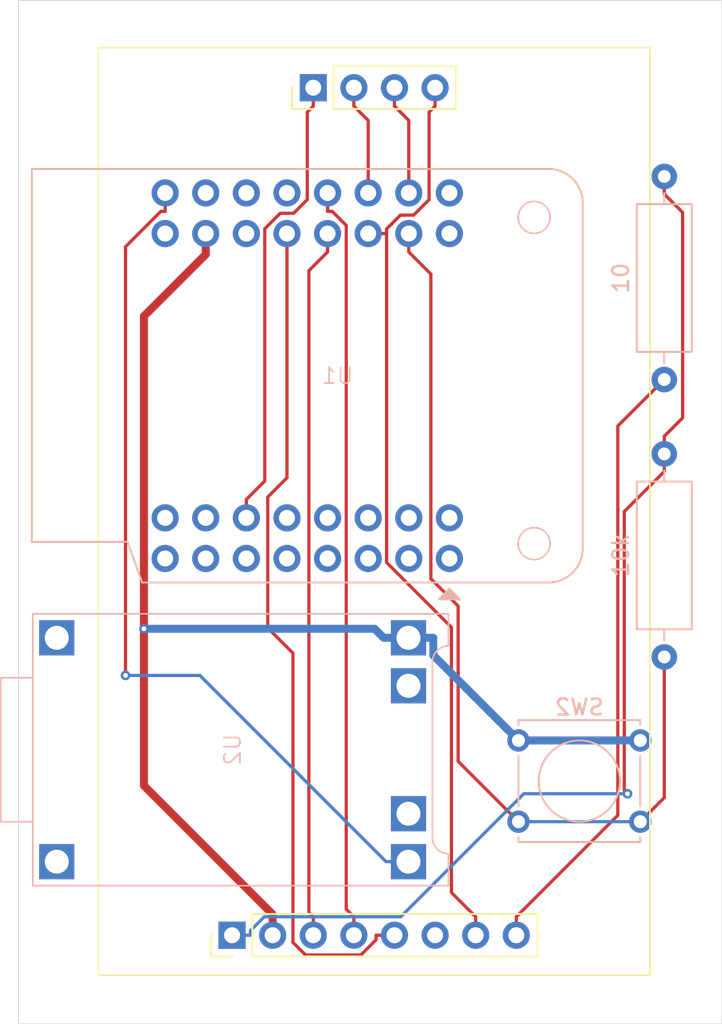
<source format=kicad_pcb>
(kicad_pcb (version 20241129) (generator "pcbnew") (generator_version "8.99")
  (layers (0 "F.Cu" signal) (2 "B.Cu" signal) (13 "F.Paste" user) (15 "B.Paste" user) (5 "F.SilkS" user "F.Silkscreen") (7 "B.SilkS" user "B.Silkscreen") (1 "F.Mask" user) (3 "B.Mask" user) (25 "Edge.Cuts" user))
  (net 0 "")
  (net 1 "GND")
  (net 2 "+3V3")
  (net 3 "Button")
  (net 4 "TFT_DC")
  (net 5 "TFT_EN")
  (net 6 "TFT_CS")
  (net 7 "+5V")
  (net 8 "Net-(U4-LED)")
  (net 9 "SD_CS")
  (net 23 "SCK")
  (net 30 "MOSI")
  (net 32 "MISO")
  (net 33 "VBUS")
  (net 35 "-BATT")
  (net 37 "+BATT")
  (footprint "asylum-weather:TFT_ST7735_SD" (layer "F.Cu") (at 172.6047 76.5995 90)
    (property "Reference" "U4" (hide yes))
    (property "Value" "TFT_ST7735_SD")
    (fp_line (start -21.33 -9.97) (end -20 -9.97) (stroke (width 0.12)) (layer "F.SilkS"))
    (fp_line (start -21.33 -8.64) (end -21.33 -9.97) (stroke (width 0.12)) (layer "F.SilkS"))
    (fp_line (start -18.67 -7.37) (end -18.67 10.47) (stroke (width 0.12)) (layer "F.SilkS"))
    (fp_line (start -21.33 -7.37) (end -18.67 -7.37) (stroke (width 0.12)) (layer "F.SilkS"))
    (fp_line (start -21.33 -7.37) (end -21.33 10.47) (stroke (width 0.12)) (layer "F.SilkS"))
    (fp_line (start 31.67 -4.89) (end 33 -4.89) (stroke (width 0.12)) (layer "F.SilkS"))
    (fp_line (start 31.67 -3.56) (end 31.67 -4.89) (stroke (width 0.12)) (layer "F.SilkS"))
    (fp_line (start 34.33 -2.29) (end 34.33 5.39) (stroke (width 0.12)) (layer "F.SilkS"))
    (fp_line (start 31.67 -2.29) (end 34.33 -2.29) (stroke (width 0.12)) (layer "F.SilkS"))
    (fp_line (start 31.67 -2.29) (end 31.67 5.39) (stroke (width 0.12)) (layer "F.SilkS"))
    (fp_line (start 31.67 5.39) (end 34.33 5.39) (stroke (width 0.12)) (layer "F.SilkS"))
    (fp_line (start -21.33 10.47) (end -18.67 10.47) (stroke (width 0.12)) (layer "F.SilkS"))
    (fp_rect (start -22.5 -17) (end 35.5 17.5) (stroke (width 0.1)) (fill no) (layer "F.SilkS"))
    (pad "" np_thru_hole circle (at -19.5 -14 90) (size 3.2 3.2) (drill 3.2) (layers "*.Cu" "*.Mask"))
    (pad "" np_thru_hole circle (at -19.5 14.5 90) (size 3.2 3.2) (drill 3.2) (layers "*.Cu" "*.Mask"))
    (pad "" np_thru_hole circle (at 32.5 -14 90) (size 3.2 3.2) (drill 3.2) (layers "*.Cu" "*.Mask"))
    (pad "" np_thru_hole circle (at 32.5 14.5 90) (size 3.2 3.2) (drill 3.2) (layers "*.Cu" "*.Mask"))
    (pad "1" thru_hole rect (at -20 -8.64 90) (size 1.7 1.7) (drill 1) (layers "*.Cu" "*.Mask") (net 2 "+3V3"))
    (pad "2" thru_hole oval (at -20 -6.1 90) (size 1.7 1.7) (drill 1) (layers "*.Cu" "*.Mask") (net 1 "GND"))
    (pad "3" thru_hole oval (at -20 -3.56 90) (size 1.7 1.7) (drill 1) (layers "*.Cu" "*.Mask") (net 6 "TFT_CS"))
    (pad "4" thru_hole oval (at -20 -1.02 90) (size 1.7 1.7) (drill 1) (layers "*.Cu" "*.Mask") (net 5 "TFT_EN"))
    (pad "5" thru_hole oval (at -20 1.52 90) (size 1.7 1.7) (drill 1) (layers "*.Cu" "*.Mask") (net 4 "TFT_DC"))
    (pad "6" thru_hole oval (at -20 4.06 90) (size 1.7 1.7) (drill 1) (layers "*.Cu" "*.Mask") (net 30 "MOSI"))
    (pad "7" thru_hole oval (at -20 6.6 90) (size 1.7 1.7) (drill 1) (layers "*.Cu" "*.Mask") (net 23 "SCK"))
    (pad "8" thru_hole oval (at -20 9.14 90) (size 1.7 1.7) (drill 1) (layers "*.Cu" "*.Mask") (net 8 "Net-(U4-LED)"))
    (pad "9" thru_hole rect (at 33 -3.56 90) (size 1.7 1.7) (drill 1) (layers "*.Cu" "*.Mask") (net 9 "SD_CS"))
    (pad "10" thru_hole oval (at 33 -1.02 90) (size 1.7 1.7) (drill 1) (layers "*.Cu" "*.Mask") (net 30 "MOSI"))
    (pad "11" thru_hole oval (at 33 1.52 90) (size 1.7 1.7) (drill 1) (layers "*.Cu" "*.Mask") (net 32 "MISO"))
    (pad "12" thru_hole oval (at 33 4.06 90) (size 1.7 1.7) (drill 1) (layers "*.Cu" "*.Mask") (net 23 "SCK"))
  )
  (footprint "asylum-weather:TP4056" (layer "B.Cu") (at 164.5 85 -90)
    (property "Reference" "U2" (at 0 0.5 90) (layer "B.SilkS") (effects (font (thickness 0.1)) (justify mirror)))
    (property "Value" "~")
    (fp_line (start -8.5 13) (end 8.5 13) (stroke (width 0.1)) (layer "B.SilkS"))
    (fp_line (start -8.5 13) (end -8.5 -13) (stroke (width 0.1)) (layer "B.SilkS"))
    (fp_line (start 8.5 13) (end 8.5 -13) (stroke (width 0.1)) (layer "B.SilkS"))
    (fp_line (start -5.5 -12) (end 5.5 -12) (stroke (width 0.1)) (layer "B.SilkS"))
    (fp_line (start -6.5 -13) (end -8.5 -13) (stroke (width 0.1)) (layer "B.SilkS"))
    (fp_line (start 8.5 -13) (end 6.5 -13) (stroke (width 0.1)) (layer "B.SilkS"))
    (fp_rect (start -4.5 15) (end 4.5 13) (stroke (width 0.1)) (fill no) (layer "B.SilkS"))
    (fp_arc (start -5.5 -12) (mid -6.207107 -12.292893) (end -6.5 -13) (stroke (width 0.1)) (layer "B.SilkS"))
    (fp_arc (start 6.5 -13) (mid 6.207107 -12.292893) (end 5.5 -12) (stroke (width 0.1)) (layer "B.SilkS"))
    (pad "0" thru_hole rect (at 4 -10.5 180) (size 2.2 2.2) (drill 1.5) (layers "F&B.Cu" "*.Mask") (net 37 "+BATT"))
    (pad "1" thru_hole rect (at -4 -10.5 180) (size 2.2 2.2) (drill 1.5) (layers "F&B.Cu" "*.Mask") (net 35 "-BATT"))
    (pad "2" thru_hole rect (at 7 -10.5 180) (size 2.2 2.2) (drill 1.5) (layers "F&B.Cu" "*.Mask") (net 33 "VBUS"))
    (pad "3" thru_hole rect (at -7 -10.5 180) (size 2.2 2.2) (drill 1.5) (layers "F&B.Cu" "*.Mask") (net 1 "GND"))
    (pad "4" thru_hole rect (at 7 11.5 180) (size 2.2 2.2) (drill 1.5) (layers "F&B.Cu" "*.Mask"))
    (pad "5" thru_hole rect (at -7 11.5 180) (size 2.2 2.2) (drill 1.5) (layers "F&B.Cu" "*.Mask"))
  )
  (footprint "Resistor_THT:R_Axial_DIN0309_L9.0mm_D3.2mm_P12.70mm_Horizontal" (layer "B.Cu") (at 191 61.85 90)
    (property "Reference" "R1" (hide yes))
    (property "Value" "10" (at 6.35 -2.72 90) (layer "B.SilkS"))
    (fp_line (start 10.97 -1.72) (end 10.97 1.72) (stroke (width 0.12)) (layer "B.SilkS"))
    (fp_line (start 1.73 -1.72) (end 10.97 -1.72) (stroke (width 0.12)) (layer "B.SilkS"))
    (fp_line (start 11.66 0) (end 10.97 0) (stroke (width 0.12)) (layer "B.SilkS"))
    (fp_line (start 1.04 0) (end 1.73 0) (stroke (width 0.12)) (layer "B.SilkS"))
    (fp_line (start 10.97 1.72) (end 1.73 1.72) (stroke (width 0.12)) (layer "B.SilkS"))
    (fp_line (start 1.73 1.72) (end 1.73 -1.72) (stroke (width 0.12)) (layer "B.SilkS"))
    (pad "1" thru_hole circle (at 0 0 90) (size 1.6 1.6) (drill 0.8) (layers "F&B.Cu" "*.Mask") (net 8 "Net-(U4-LED)"))
    (pad "2" thru_hole oval (at 12.7 0 90) (size 1.6 1.6) (drill 0.8) (layers "F&B.Cu" "*.Mask") (net 2 "+3V3"))
  )
  (footprint "Resistor_THT:R_Axial_DIN0309_L9.0mm_D3.2mm_P12.70mm_Horizontal" (layer "B.Cu") (at 191 79.2 90)
    (property "Reference" "R2" (hide yes))
    (property "Value" "10k" (at 6.35 -2.72 90) (layer "B.SilkS"))
    (fp_line (start 10.97 -1.72) (end 10.97 1.72) (stroke (width 0.12)) (layer "B.SilkS"))
    (fp_line (start 1.73 -1.72) (end 10.97 -1.72) (stroke (width 0.12)) (layer "B.SilkS"))
    (fp_line (start 11.66 0) (end 10.97 0) (stroke (width 0.12)) (layer "B.SilkS"))
    (fp_line (start 1.04 0) (end 1.73 0) (stroke (width 0.12)) (layer "B.SilkS"))
    (fp_line (start 10.97 1.72) (end 1.73 1.72) (stroke (width 0.12)) (layer "B.SilkS"))
    (fp_line (start 1.73 1.72) (end 1.73 -1.72) (stroke (width 0.12)) (layer "B.SilkS"))
    (pad "1" thru_hole circle (at 0 0 90) (size 1.6 1.6) (drill 0.8) (layers "F&B.Cu" "*.Mask") (net 3 "Button"))
    (pad "2" thru_hole oval (at 12.7 0 90) (size 1.6 1.6) (drill 0.8) (layers "F&B.Cu" "*.Mask") (net 2 "+3V3"))
  )
  (footprint "asylum-weather:WEMOS_S2_Mini" (layer "B.Cu") (at 170.06 61.61 90)
    (property "Reference" "U1" (at 0 0.5 0) (layer "B.SilkS") (effects (font (thickness 0.1)) (justify mirror)))
    (property "Value" "WEMOS_S2_Mini")
    (fp_line (start 12.93 -18.62) (end 12.93 13.71) (stroke (width 0.12)) (layer "B.SilkS"))
    (fp_line (start -10.39 -18.62) (end 12.93 -18.62) (stroke (width 0.12)) (layer "B.SilkS"))
    (fp_line (start -10.39 -12.63) (end -10.39 -18.62) (stroke (width 0.12)) (layer "B.SilkS"))
    (fp_line (start -12.93 -11.72) (end -10.39 -12.63) (stroke (width 0.12)) (layer "B.SilkS"))
    (fp_line (start -12.93 -11.72) (end -12.93 13.71) (stroke (width 0.12)) (layer "B.SilkS"))
    (fp_line (start 10.81 15.84) (end -10.8 15.84) (stroke (width 0.12)) (layer "B.SilkS"))
    (fp_arc (start 12.93 13.71) (mid 12.306137 15.216137) (end 10.8 15.84) (stroke (width 0.12)) (layer "B.SilkS"))
    (fp_arc (start -10.8 15.84) (mid -12.306137 15.216137) (end -12.93 13.71) (stroke (width 0.12)) (layer "B.SilkS"))
    (fp_circle (center 9.9 12.8) (end 10.9 12.8) (stroke (width 0.1)) (fill no) (layer "B.SilkS"))
    (fp_circle (center -10.5 12.8) (end -9.5 12.8) (stroke (width 0.1)) (fill no) (layer "B.SilkS"))
    (fp_poly (pts (xy -13.97 8.135) (xy -13.97 6.865) (xy -13.335 7.5)) (stroke (width 0.15)) (fill yes) (layer "B.SilkS"))
    (pad "1" thru_hole oval (at -11.43 7.5 90) (size 1.7 1.7) (drill 1) (layers "F&B.Cu" "*.Mask"))
    (pad "2" thru_hole oval (at -11.43 4.96 90) (size 1.7 1.7) (drill 1) (layers "F&B.Cu" "*.Mask"))
    (pad "3" thru_hole oval (at -11.43 2.42 90) (size 1.7 1.7) (drill 1) (layers "F&B.Cu" "*.Mask"))
    (pad "4" thru_hole oval (at -11.43 -0.12 90) (size 1.7 1.7) (drill 1) (layers "F&B.Cu" "*.Mask"))
    (pad "5" thru_hole oval (at -11.43 -2.66 90) (size 1.7 1.7) (drill 1) (layers "F&B.Cu" "*.Mask"))
    (pad "6" thru_hole oval (at -11.43 -5.2 90) (size 1.7 1.7) (drill 1) (layers "F&B.Cu" "*.Mask"))
    (pad "7" thru_hole oval (at -11.43 -7.74 90) (size 1.7 1.7) (drill 1) (layers "F&B.Cu" "*.Mask"))
    (pad "8" thru_hole oval (at -11.43 -10.28 90) (size 1.7 1.7) (drill 1) (layers "F&B.Cu" "*.Mask") (net 7 "+5V"))
    (pad "9" thru_hole oval (at -8.89 7.5 90) (size 1.7 1.7) (drill 1) (layers "F&B.Cu" "*.Mask"))
    (pad "10" thru_hole oval (at -8.89 4.96 90) (size 1.7 1.7) (drill 1) (layers "F&B.Cu" "*.Mask"))
    (pad "11" thru_hole oval (at -8.89 2.42 90) (size 1.7 1.7) (drill 1) (layers "F&B.Cu" "*.Mask"))
    (pad "12" thru_hole oval (at -8.89 -0.12 90) (size 1.7 1.7) (drill 1) (layers "F&B.Cu" "*.Mask"))
    (pad "13" thru_hole oval (at -8.89 -2.66 90) (size 1.7 1.7) (drill 1) (layers "F&B.Cu" "*.Mask"))
    (pad "14" thru_hole oval (at -8.89 -5.2 90) (size 1.7 1.7) (drill 1) (layers "F&B.Cu" "*.Mask") (net 9 "SD_CS"))
    (pad "15" thru_hole oval (at -8.89 -7.74 90) (size 1.7 1.7) (drill 1) (layers "F&B.Cu" "*.Mask"))
    (pad "16" thru_hole oval (at -8.89 -10.28 90) (size 1.7 1.7) (drill 1) (layers "F&B.Cu" "*.Mask"))
    (pad "17" thru_hole circle (at 8.89 7.5 90) (size 1.7 1.7) (drill 1) (layers "F&B.Cu" "*.Mask"))
    (pad "18" thru_hole oval (at 8.89 4.96 90) (size 1.7 1.7) (drill 1) (layers "F&B.Cu" "*.Mask") (net 3 "Button"))
    (pad "19" thru_hole oval (at 8.89 2.42 90) (size 1.7 1.7) (drill 1) (layers "F&B.Cu" "*.Mask") (net 23 "SCK"))
    (pad "20" thru_hole oval (at 8.89 -0.12 90) (size 1.7 1.7) (drill 1) (layers "F&B.Cu" "*.Mask") (net 6 "TFT_CS"))
    (pad "21" thru_hole oval (at 8.89 -2.66 90) (size 1.7 1.7) (drill 1) (layers "F&B.Cu" "*.Mask") (net 4 "TFT_DC"))
    (pad "22" thru_hole oval (at 8.89 -5.2 90) (size 1.7 1.7) (drill 1) (layers "F&B.Cu" "*.Mask"))
    (pad "23" thru_hole oval (at 8.89 -7.74 90) (size 1.7 1.7) (drill 1) (layers "F&B.Cu" "*.Mask") (net 1 "GND"))
    (pad "24" thru_hole oval (at 8.89 -10.28 90) (size 1.7 1.7) (drill 1) (layers "F&B.Cu" "*.Mask"))
    (pad "25" thru_hole oval (at 11.43 7.5 90) (size 1.7 1.7) (drill 1) (layers "F&B.Cu" "*.Mask"))
    (pad "26" thru_hole oval (at 11.43 4.96 90) (size 1.7 1.7) (drill 1) (layers "F&B.Cu" "*.Mask") (net 32 "MISO"))
    (pad "27" thru_hole oval (at 11.43 2.42 90) (size 1.7 1.7) (drill 1) (layers "F&B.Cu" "*.Mask") (net 30 "MOSI"))
    (pad "28" thru_hole oval (at 11.43 -0.12 90) (size 1.7 1.7) (drill 1) (layers "F&B.Cu" "*.Mask") (net 5 "TFT_EN"))
    (pad "29" thru_hole oval (at 11.43 -2.66 90) (size 1.7 1.7) (drill 1) (layers "F&B.Cu" "*.Mask"))
    (pad "30" thru_hole oval (at 11.43 -5.2 90) (size 1.7 1.7) (drill 1) (layers "F&B.Cu" "*.Mask"))
    (pad "31" thru_hole oval (at 11.43 -7.74 90) (size 1.7 1.7) (drill 1) (layers "F&B.Cu" "*.Mask"))
    (pad "32" thru_hole oval (at 11.43 -10.28 90) (size 1.7 1.7) (drill 1) (layers "F&B.Cu" "*.Mask") (net 33 "VBUS"))
  )
  (footprint "Button_Switch_THT:SW_Tactile_Straight_KSA0Axx1LFTR" (layer "B.Cu") (at 189.5 84.42 180)
    (property "Reference" "SW2" (at 3.81 2.08 0) (layer "B.SilkS") (effects (justify mirror)))
    (property "Value" "SW_Omron_B3FS")
    (fp_line (start 7.62 1.27) (end 7.62 0.97) (stroke (width 0.12)) (layer "B.SilkS"))
    (fp_line (start 7.62 -0.97) (end 7.62 -4.11) (stroke (width 0.12)) (layer "B.SilkS"))
    (fp_line (start 7.62 -6.05) (end 7.62 -6.35) (stroke (width 0.12)) (layer "B.SilkS"))
    (fp_line (start 7.62 -6.35) (end 0 -6.35) (stroke (width 0.12)) (layer "B.SilkS"))
    (fp_line (start 0 1.27) (end 7.62 1.27) (stroke (width 0.12)) (layer "B.SilkS"))
    (fp_line (start 0 1.27) (end 0 0.97) (stroke (width 0.12)) (layer "B.SilkS"))
    (fp_line (start 0 -0.97) (end 0 -4.11) (stroke (width 0.12)) (layer "B.SilkS"))
    (fp_line (start 0 -6.05) (end 0 -6.35) (stroke (width 0.12)) (layer "B.SilkS"))
    (fp_circle (center 3.81 -2.54) (end 3.81 0) (stroke (width 0.12)) (fill no) (layer "B.SilkS"))
    (pad "1" thru_hole circle (at 0 0 180) (size 1.397 1.397) (drill 0.8128) (layers "F&B.Cu" "*.Mask") (net 1 "GND"))
    (pad "1" thru_hole circle (at 7.62 0 180) (size 1.397 1.397) (drill 0.8128) (layers "F&B.Cu" "*.Mask") (net 1 "GND"))
    (pad "2" thru_hole circle (at 0 -5.08 180) (size 1.397 1.397) (drill 0.8128) (layers "F&B.Cu" "*.Mask") (net 3 "Button"))
    (pad "2" thru_hole circle (at 7.62 -5.08 180) (size 1.397 1.397) (drill 0.8128) (layers "F&B.Cu" "*.Mask") (net 3 "Button"))
  )
  (gr_rect (start 150.604678 38.139509) (end 194.604679 102.139509) (stroke (width 0.05)) (fill no) (layer "Edge.Cuts"))
  (segment (start 166.5047 96.5995) (end 166.5047 95.2978) (width 0.5) (layer "F.Cu") (net 1))
  (segment (start 162.32 54.0217) (end 158.4533 57.8884) (width 0.5) (layer "F.Cu") (net 1))
  (segment (start 158.4533 87.2464) (end 166.5047 95.2978) (width 0.5) (layer "F.Cu") (net 1))
  (segment (start 158.4533 57.8884) (end 158.4533 77.4344) (width 0.5) (layer "F.Cu") (net 1))
  (segment (start 162.32 52.72) (end 162.32 54.0217) (width 0.5) (layer "F.Cu") (net 1))
  (segment (start 158.4533 77.4344) (end 158.4533 87.2464) (width 0.5) (layer "F.Cu") (net 1))
  (via (at 158.4533 77.4344) (size 0.6) (drill 0.3) (layers "F.Cu" "B.Cu") (net 1))
  (segment (start 175 78) (end 176.5517 78) (width 0.5) (layer "B.Cu") (net 1))
  (segment (start 181.88 84.42) (end 176.5517 79.0917) (width 0.5) (layer "B.Cu") (net 1))
  (segment (start 176.5517 79.0917) (end 176.5517 78) (width 0.5) (layer "B.Cu") (net 1))
  (segment (start 175 78) (end 173.4483 78) (width 0.5) (layer "B.Cu") (net 1))
  (segment (start 189.5 84.42) (end 181.88 84.42) (width 0.5) (layer "B.Cu") (net 1))
  (segment (start 172.8827 77.4344) (end 173.4483 78) (width 0.5) (layer "B.Cu") (net 1))
  (segment (start 158.4533 77.4344) (end 172.8827 77.4344) (width 0.5) (layer "B.Cu") (net 1))
  (segment (start 188.498 87.5504) (end 188.6999 87.7523) (width 0.2) (layer "F.Cu") (net 2))
  (segment (start 191 50.2517) (end 192.1483 51.4) (width 0.2) (layer "F.Cu") (net 2))
  (segment (start 191 66.5) (end 191 67.6017) (width 0.2) (layer "F.Cu") (net 2))
  (segment (start 191 49.15) (end 191 50.2517) (width 0.2) (layer "F.Cu") (net 2))
  (segment (start 188.498 70.1037) (end 188.498 87.5504) (width 0.2) (layer "F.Cu") (net 2))
  (segment (start 191 66.5) (end 191 65.3983) (width 0.2) (layer "F.Cu") (net 2))
  (segment (start 191 67.6017) (end 188.498 70.1037) (width 0.2) (layer "F.Cu") (net 2))
  (segment (start 192.1483 51.4) (end 192.1483 64.25) (width 0.2) (layer "F.Cu") (net 2))
  (segment (start 192.1483 64.25) (end 191 65.3983) (width 0.2) (layer "F.Cu") (net 2))
  (via (at 188.6999 87.7523) (size 0.6) (drill 0.3) (layers "F.Cu" "B.Cu") (net 2))
  (segment (start 174.5177 95.4478) (end 182.2132 87.7523) (width 0.2) (layer "B.Cu") (net 2))
  (segment (start 163.9647 96.5995) (end 165.1164 96.5995) (width 0.2) (layer "B.Cu") (net 2))
  (segment (start 165.1164 96.3115) (end 165.9801 95.4478) (width 0.2) (layer "B.Cu") (net 2))
  (segment (start 165.9801 95.4478) (end 174.5177 95.4478) (width 0.2) (layer "B.Cu") (net 2))
  (segment (start 182.2132 87.7523) (end 188.6999 87.7523) (width 0.2) (layer "B.Cu") (net 2))
  (segment (start 165.1164 96.5995) (end 165.1164 96.3115) (width 0.2) (layer "B.Cu") (net 2))
  (segment (start 175.02 52.72) (end 175.02 53.8717) (width 0.2) (layer "F.Cu") (net 3))
  (segment (start 181.88 89.5) (end 178.1058 85.7258) (width 0.2) (layer "F.Cu") (net 3))
  (segment (start 176.4002 55.2519) (end 175.02 53.8717) (width 0.2) (layer "F.Cu") (net 3))
  (segment (start 189.5 89.5) (end 191 88) (width 0.2) (layer "F.Cu") (net 3))
  (segment (start 191 88) (end 191 79.2) (width 0.2) (layer "F.Cu") (net 3))
  (segment (start 178.1058 76.0139) (end 176.4002 74.3083) (width 0.2) (layer "F.Cu") (net 3))
  (segment (start 178.1058 85.7258) (end 178.1058 76.0139) (width 0.2) (layer "F.Cu") (net 3))
  (segment (start 176.4002 74.3083) (end 176.4002 55.2519) (width 0.2) (layer "F.Cu") (net 3))
  (segment (start 189.5 89.5) (end 181.88 89.5) (width 0.2) (layer "B.Cu") (net 3))
  (segment (start 172.973 96.5995) (end 172.973 96.8874) (width 0.2) (layer "F.Cu") (net 4))
  (segment (start 167.4 67.997) (end 167.4 52.72) (width 0.2) (layer "F.Cu") (net 4))
  (segment (start 167.7747 97.0493) (end 167.7747 78.9612) (width 0.2) (layer "F.Cu") (net 4))
  (segment (start 166.2005 69.1965) (end 167.4 67.997) (width 0.2) (layer "F.Cu") (net 4))
  (segment (start 166.2005 77.387) (end 166.2005 69.1965) (width 0.2) (layer "F.Cu") (net 4))
  (segment (start 172.973 96.8874) (end 172.0263 97.8341) (width 0.2) (layer "F.Cu") (net 4))
  (segment (start 174.1247 96.5995) (end 172.973 96.5995) (width 0.2) (layer "F.Cu") (net 4))
  (segment (start 167.7747 78.9612) (end 166.2005 77.387) (width 0.2) (layer "F.Cu") (net 4))
  (segment (start 168.5595 97.8341) (end 167.7747 97.0493) (width 0.2) (layer "F.Cu") (net 4))
  (segment (start 172.0263 97.8341) (end 168.5595 97.8341) (width 0.2) (layer "F.Cu") (net 4))
  (segment (start 171.5847 96.5995) (end 171.5847 95.4478) (width 0.2) (layer "F.Cu") (net 5))
  (segment (start 169.94 51.3317) (end 170.228 51.3317) (width 0.2) (layer "F.Cu") (net 5))
  (segment (start 171.1075 94.9706) (end 171.5847 95.4478) (width 0.2) (layer "F.Cu") (net 5))
  (segment (start 170.228 51.3317) (end 171.1075 52.2112) (width 0.2) (layer "F.Cu") (net 5))
  (segment (start 171.1075 52.2112) (end 171.1075 94.9706) (width 0.2) (layer "F.Cu") (net 5))
  (segment (start 169.94 50.18) (end 169.94 51.3317) (width 0.2) (layer "F.Cu") (net 5))
  (segment (start 169.0447 96.5995) (end 169.0447 95.4478) (width 0.2) (layer "F.Cu") (net 6))
  (segment (start 168.77 55.0417) (end 169.94 53.8717) (width 0.2) (layer "F.Cu") (net 6))
  (segment (start 169.0447 95.4478) (end 168.77 95.1731) (width 0.2) (layer "F.Cu") (net 6))
  (segment (start 169.94 52.72) (end 169.94 53.8717) (width 0.2) (layer "F.Cu") (net 6))
  (segment (start 168.77 95.1731) (end 168.77 55.0417) (width 0.2) (layer "F.Cu") (net 6))
  (segment (start 191 61.85) (end 188.0963 64.7537) (width 0.2) (layer "F.Cu") (net 8))
  (segment (start 188.0963 64.7537) (end 188.0963 89.0962) (width 0.2) (layer "F.Cu") (net 8))
  (segment (start 181.7447 96.5995) (end 181.7447 95.4478) (width 0.2) (layer "F.Cu") (net 8))
  (segment (start 188.0963 89.0962) (end 181.7447 95.4478) (width 0.2) (layer "F.Cu") (net 8))
  (segment (start 168.67 45.1259) (end 169.0447 44.7512) (width 0.2) (layer "F.Cu") (net 9))
  (segment (start 166.0117 52.4199) (end 166.9816 51.45) (width 0.2) (layer "F.Cu") (net 9))
  (segment (start 166.9816 51.45) (end 167.8183 51.45) (width 0.2) (layer "F.Cu") (net 9))
  (segment (start 167.8183 51.45) (end 168.67 50.5983) (width 0.2) (layer "F.Cu") (net 9))
  (segment (start 164.86 69.3483) (end 166.0117 68.1966) (width 0.2) (layer "F.Cu") (net 9))
  (segment (start 164.86 70.5) (end 164.86 69.3483) (width 0.2) (layer "F.Cu") (net 9))
  (segment (start 166.0117 68.1966) (end 166.0117 52.4199) (width 0.2) (layer "F.Cu") (net 9))
  (segment (start 168.67 50.5983) (end 168.67 45.1259) (width 0.2) (layer "F.Cu") (net 9))
  (segment (start 169.0447 43.5995) (end 169.0447 44.7512) (width 0.2) (layer "F.Cu") (net 9))
  (segment (start 172.48 52.72) (end 173.6317 52.72) (width 0.2) (layer "F.Cu") (net 23))
  (segment (start 173.6317 73.2908) (end 177.6874 77.3465) (width 0.2) (layer "F.Cu") (net 23))
  (segment (start 175.32 51.5683) (end 174.4954 51.5683) (width 0.2) (layer "F.Cu") (net 23))
  (segment (start 176.6647 43.5995) (end 176.6647 44.7512) (width 0.2) (layer "F.Cu") (net 23))
  (segment (start 174.4954 51.5683) (end 173.6317 52.432) (width 0.2) (layer "F.Cu") (net 23))
  (segment (start 176.29 45.1259) (end 176.29 50.5983) (width 0.2) (layer "F.Cu") (net 23))
  (segment (start 173.6317 52.432) (end 173.6317 52.72) (width 0.2) (layer "F.Cu") (net 23))
  (segment (start 177.6874 93.9305) (end 179.2047 95.4478) (width 0.2) (layer "F.Cu") (net 23))
  (segment (start 173.6317 52.72) (end 173.6317 73.2908) (width 0.2) (layer "F.Cu") (net 23))
  (segment (start 176.6647 44.7512) (end 176.29 45.1259) (width 0.2) (layer "F.Cu") (net 23))
  (segment (start 176.29 50.5983) (end 175.32 51.5683) (width 0.2) (layer "F.Cu") (net 23))
  (segment (start 177.6874 77.3465) (end 177.6874 93.9305) (width 0.2) (layer "F.Cu") (net 23))
  (segment (start 179.2047 96.5995) (end 179.2047 95.4478) (width 0.2) (layer "F.Cu") (net 23))
  (segment (start 171.5847 43.5995) (end 171.5847 44.7512) (width 0.2) (layer "F.Cu") (net 30))
  (segment (start 172.48 45.6465) (end 172.48 50.18) (width 0.2) (layer "F.Cu") (net 30))
  (segment (start 171.5847 44.7512) (end 172.48 45.6465) (width 0.2) (layer "F.Cu") (net 30))
  (segment (start 175.02 50.18) (end 175.02 45.6465) (width 0.2) (layer "F.Cu") (net 32))
  (segment (start 174.1247 43.5995) (end 174.1247 44.7512) (width 0.2) (layer "F.Cu") (net 32))
  (segment (start 175.02 45.6465) (end 174.1247 44.7512) (width 0.2) (layer "F.Cu") (net 32))
  (segment (start 159.5115 51.3317) (end 159.78 51.3317) (width 0.2) (layer "F.Cu") (net 33))
  (segment (start 157.3009 80.3527) (end 157.3009 53.5423) (width 0.2) (layer "F.Cu") (net 33))
  (segment (start 159.78 50.18) (end 159.78 51.3317) (width 0.2) (layer "F.Cu") (net 33))
  (segment (start 157.3009 53.5423) (end 159.5115 51.3317) (width 0.2) (layer "F.Cu") (net 33))
  (via (at 157.3009 80.3527) (size 0.6) (drill 0.3) (layers "F.Cu" "B.Cu") (net 33))
  (segment (start 161.951 80.3527) (end 157.3009 80.3527) (width 0.2) (layer "B.Cu") (net 33))
  (segment (start 173.5983 92) (end 161.951 80.3527) (width 0.2) (layer "B.Cu") (net 33))
  (segment (start 175 92) (end 173.5983 92) (width 0.2) (layer "B.Cu") (net 33))
)
</source>
